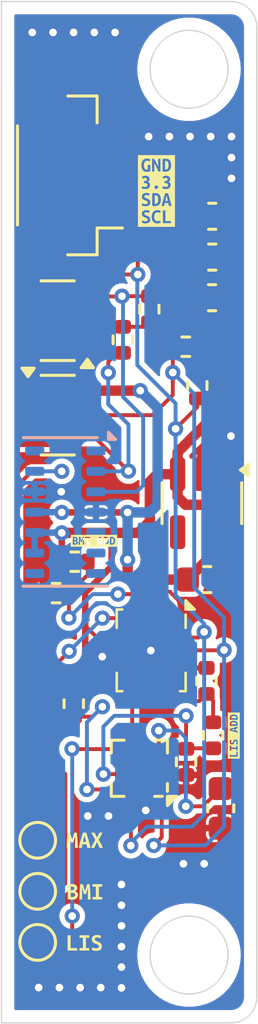
<source format=kicad_pcb>
(kicad_pcb (version 20240108) (generator "pcbnew") (generator_version "8.0")
  (title_block (title "sensor-bmi-v2") (date "2025-05-04") (rev "2.0"))
  (layers (0 "F.Cu" signal) (31 "B.Cu" signal) (34 "B.Paste" user) (35 "F.Paste" user) (36 "B.SilkS" user "B.Silkscreen") (37 "F.SilkS" user "F.Silkscreen") (38 "B.Mask" user) (39 "F.Mask" user) (44 "Edge.Cuts" user))
  (net 0 "")
  (net 1 "GND")
  (net 2 "+3V3")
  (net 3 "Net-(U45-C1)")
  (net 4 "SCL")
  (net 7 "SDA")
  (net 8 "+1V8")
  (net 9 "SCL_1V8")
  (net 10 "SDA_1V8")
  (net 11 "Net-(U45-~{CS})")
  (net 12 "Net-(U45-SDO{slash}SA1)")
  (net 13 "Net-(U44-SDO)")
  (net 14 "Net-(U44-CSB)")
  (net 15 "Net-(U42-~{INT})")
  (net 16 "Net-(U44-INT1)")
  (net 24 "Net-(U45-INT)")
  (footprint "Capacitor_SMD:C_0603_1608Metric" (layer "F.Cu") (at 140.64 124.79)
    (property "Reference" "C42" (hide yes))
    (property "Value" "2.2uF 16V" (hide yes))
    (pad "1" smd roundrect (at -0.775 0) (size 0.9 0.95) (layers "F.Cu" "F.Paste" "F.Mask") (net 8 "+1V8"))
    (pad "2" smd roundrect (at 0.775 0) (size 0.9 0.95) (layers "F.Cu" "F.Paste" "F.Mask") (net 1 "GND"))
  )
  (footprint "Resistor_SMD:R_0402_1005Metric" (layer "F.Cu") (at 140.61 128.76 90)
    (property "Reference" "R49" (hide yes))
    (property "Value" "10K" (hide yes))
    (pad "1" smd roundrect (at -0.51 0 90) (size 0.54 0.64) (layers "F.Cu" "F.Paste" "F.Mask") (net 2 "+3V3"))
    (pad "2" smd roundrect (at 0.51 0 90) (size 0.54 0.64) (layers "F.Cu" "F.Paste" "F.Mask") (net 14 "Net-(U44-CSB)"))
  )
  (footprint "Package_TO_SOT_SMD:SOT-23" (layer "F.Cu") (at 134.78 114.65 180)
    (property "Reference" "Q42" (hide yes))
    (property "Value" "BSS138" (hide yes))
    (pad "1" smd roundrect (at -0.9375 -0.95 180) (size 1.475 0.6) (layers "F.Cu" "F.Paste" "F.Mask") (net 8 "+1V8"))
    (pad "2" smd roundrect (at -0.9375 0.95 180) (size 1.475 0.6) (layers "F.Cu" "F.Paste" "F.Mask") (net 10 "SDA_1V8"))
    (pad "3" smd roundrect (at 0.9375 0 180) (size 1.475 0.6) (layers "F.Cu" "F.Paste" "F.Mask") (net 7 "SDA"))
  )
  (footprint "kibuzzard-6818BD0F" (layer "F.Cu") (at 136.2 123.27)
    (property "Reference" "kibuzzard-6818BD0F" (hide yes))
    (property "Value" "G***" (hide yes))
  )
  (footprint "Resistor_SMD:R_0402_1005Metric" (layer "F.Cu") (at 135.41 129.65 -90)
    (property "Reference" "R43" (hide yes))
    (property "Value" "10K" (hide yes))
    (pad "1" smd roundrect (at -0.51 0 270) (size 0.54 0.64) (layers "F.Cu" "F.Paste" "F.Mask") (net 2 "+3V3"))
    (pad "2" smd roundrect (at 0.51 0 270) (size 0.54 0.64) (layers "F.Cu" "F.Paste" "F.Mask") (net 11 "Net-(U45-~{CS})"))
  )
  (footprint "TestPoint:TestPoint_Pad_D1.0mm" (layer "F.Cu") (at 133.99643 135)
    (property "Reference" "TP41" (hide yes))
    (property "Value" "MAX_INT" (hide yes))
    (pad "1" smd circle (at 0 0) (size 1 1) (layers "F.Cu" "F.Mask") (net 15 "Net-(U42-~{INT})"))
  )
  (footprint "Resistor_SMD:R_0402_1005Metric" (layer "F.Cu") (at 138.37 114.2 90)
    (property "Reference" "R41" (hide yes))
    (property "Value" "10K" (hide yes))
    (pad "1" smd roundrect (at -0.51 0 90) (size 0.54 0.64) (layers "F.Cu" "F.Paste" "F.Mask") (net 8 "+1V8"))
    (pad "2" smd roundrect (at 0.51 0 90) (size 0.54 0.64) (layers "F.Cu" "F.Paste" "F.Mask") (net 10 "SDA_1V8"))
  )
  (footprint "Resistor_SMD:R_0402_1005Metric" (layer "F.Cu") (at 135.45 124.09)
    (property "Reference" "R47" (hide yes))
    (property "Value" "DNP" (hide yes))
    (pad "1" smd roundrect (at -0.51 0) (size 0.54 0.64) (layers "F.Cu" "F.Paste" "F.Mask") (net 2 "+3V3"))
    (pad "2" smd roundrect (at 0.51 0) (size 0.54 0.64) (layers "F.Cu" "F.Paste" "F.Mask") (net 13 "Net-(U44-SDO)"))
  )
  (footprint "Capacitor_SMD:C_0603_1608Metric" (layer "F.Cu") (at 141.17 133.75 -90)
    (property "Reference" "C43" (hide yes))
    (property "Value" "100nF 10V" (hide yes))
    (pad "1" smd roundrect (at -0.775 0 270) (size 0.9 0.95) (layers "F.Cu" "F.Paste" "F.Mask") (net 3 "Net-(U45-C1)"))
    (pad "2" smd roundrect (at 0.775 0 270) (size 0.9 0.95) (layers "F.Cu" "F.Paste" "F.Mask") (net 1 "GND"))
  )
  (footprint "Package_TO_SOT_SMD:SOT-23" (layer "F.Cu") (at 134.7825 118.35)
    (property "Reference" "Q41" (hide yes))
    (property "Value" "BSS138" (hide yes))
    (pad "1" smd roundrect (at -0.9375 -0.95) (size 1.475 0.6) (layers "F.Cu" "F.Paste" "F.Mask") (net 8 "+1V8"))
    (pad "2" smd roundrect (at -0.9375 0.95) (size 1.475 0.6) (layers "F.Cu" "F.Paste" "F.Mask") (net 9 "SCL_1V8"))
    (pad "3" smd roundrect (at 0.9375 0) (size 1.475 0.6) (layers "F.Cu" "F.Paste" "F.Mask") (net 4 "SCL"))
  )
  (footprint "TestPoint:TestPoint_Pad_D1.0mm" (layer "F.Cu") (at 133.99643 137)
    (property "Reference" "TP43" (hide yes))
    (property "Value" "BMI_INT" (hide yes))
    (pad "1" smd circle (at 0 0) (size 1 1) (layers "F.Cu" "F.Mask") (net 16 "Net-(U44-INT1)"))
  )
  (footprint "Resistor_SMD:R_0402_1005Metric" (layer "F.Cu") (at 140.87 130.89 -90)
    (property "Reference" "R50" (hide yes))
    (property "Value" "DNP" (hide yes))
    (pad "1" smd roundrect (at -0.51 0 270) (size 0.54 0.64) (layers "F.Cu" "F.Paste" "F.Mask") (net 2 "+3V3"))
    (pad "2" smd roundrect (at 0.51 0 270) (size 0.54 0.64) (layers "F.Cu" "F.Paste" "F.Mask") (net 12 "Net-(U45-SDO{slash}SA1)"))
  )
  (footprint "Capacitor_SMD:C_0603_1608Metric" (layer "F.Cu") (at 140.835 110.56)
    (property "Reference" "C45" (hide yes))
    (property "Value" "100nF 10V" (hide yes))
    (pad "1" smd roundrect (at -0.775 0) (size 0.9 0.95) (layers "F.Cu" "F.Paste" "F.Mask") (net 2 "+3V3"))
    (pad "2" smd roundrect (at 0.775 0) (size 0.9 0.95) (layers "F.Cu" "F.Paste" "F.Mask") (net 1 "GND"))
  )
  (footprint "kibuzzard-6817376F" (layer "F.Cu") (at 138.65 109.57)
    (property "Reference" "kibuzzard-6817376F" (hide yes))
    (property "Value" "G***" (hide yes))
  )
  (footprint "Capacitor_SMD:C_0603_1608Metric" (layer "F.Cu") (at 140.83 113.75)
    (property "Reference" "C44" (hide yes))
    (property "Value" "100nF 10V" (hide yes))
    (pad "1" smd roundrect (at -0.775 0) (size 0.9 0.95) (layers "F.Cu" "F.Paste" "F.Mask") (net 2 "+3V3"))
    (pad "2" smd roundrect (at 0.775 0) (size 0.9 0.95) (layers "F.Cu" "F.Paste" "F.Mask") (net 1 "GND"))
  )
  (footprint "Resistor_SMD:R_0402_1005Metric" (layer "F.Cu") (at 139.81 131.93 -90)
    (property "Reference" "R51" (hide yes))
    (property "Value" "10K" (hide yes))
    (pad "1" smd roundrect (at -0.51 0 270) (size 0.54 0.64) (layers "F.Cu" "F.Paste" "F.Mask") (net 12 "Net-(U45-SDO{slash}SA1)"))
    (pad "2" smd roundrect (at 0.51 0 270) (size 0.54 0.64) (layers "F.Cu" "F.Paste" "F.Mask") (net 1 "GND"))
  )
  (footprint "Resistor_SMD:R_0402_1005Metric" (layer "F.Cu") (at 137.33 115.4 -90)
    (property "Reference" "R42" (hide yes))
    (property "Value" "10K" (hide yes))
    (pad "1" smd roundrect (at -0.51 0 270) (size 0.54 0.64) (layers "F.Cu" "F.Paste" "F.Mask") (net 8 "+1V8"))
    (pad "2" smd roundrect (at 0.51 0 270) (size 0.54 0.64) (layers "F.Cu" "F.Paste" "F.Mask") (net 9 "SCL_1V8"))
  )
  (footprint "Resistor_SMD:R_0402_1005Metric" (layer "F.Cu") (at 139.8 115.67)
    (property "Reference" "R45" (hide yes))
    (property "Value" "10K" (hide yes))
    (pad "1" smd roundrect (at -0.51 0) (size 0.54 0.64) (layers "F.Cu" "F.Paste" "F.Mask") (net 4 "SCL"))
    (pad "2" smd roundrect (at 0.51 0) (size 0.54 0.64) (layers "F.Cu" "F.Paste" "F.Mask") (net 2 "+3V3"))
  )
  (footprint "Capacitor_SMD:C_0603_1608Metric" (layer "F.Cu") (at 140.835 112.16)
    (property "Reference" "C41" (hide yes))
    (property "Value" "1uF 16V" (hide yes))
    (pad "1" smd roundrect (at -0.775 0) (size 0.9 0.95) (layers "F.Cu" "F.Paste" "F.Mask") (net 2 "+3V3"))
    (pad "2" smd roundrect (at 0.775 0) (size 0.9 0.95) (layers "F.Cu" "F.Paste" "F.Mask") (net 1 "GND"))
  )
  (footprint "Package_LGA:LGA-12_2x2mm_P0.5mm" (layer "F.Cu") (at 137.98 132.18 180)
    (property "Reference" "U45" (hide yes))
    (property "Value" "LIS3MDL" (hide yes))
    (pad "1" smd rect (at -0.7625 -0.75 180) (size 0.375 0.35) (layers "F.Cu" "F.Paste" "F.Mask") (net 4 "SCL"))
    (pad "2" smd rect (at -0.7625 -0.25 180) (size 0.375 0.35) (layers "F.Cu" "F.Paste" "F.Mask") (net 1 "GND"))
    (pad "3" smd rect (at -0.7625 0.25 180) (size 0.375 0.35) (layers "F.Cu" "F.Paste" "F.Mask") (net 1 "GND"))
    (pad "4" smd rect (at -0.7625 0.75 180) (size 0.375 0.35) (layers "F.Cu" "F.Paste" "F.Mask") (net 3 "Net-(U45-C1)"))
    (pad "5" smd rect (at -0.25 0.7625 270) (size 0.375 0.35) (layers "F.Cu" "F.Paste" "F.Mask") (net 2 "+3V3"))
    (pad "6" smd rect (at 0.25 0.7625 270) (size 0.375 0.35) (layers "F.Cu" "F.Paste" "F.Mask") (net 2 "+3V3"))
    (pad "7" smd rect (at 0.7625 0.75 180) (size 0.375 0.35) (layers "F.Cu" "F.Paste" "F.Mask") (net 24 "Net-(U45-INT)"))
    (pad "8" smd rect (at 0.7625 0.25 180) (size 0.375 0.35) (layers "F.Cu" "F.Paste" "F.Mask"))
    (pad "9" smd rect (at 0.7625 -0.25 180) (size 0.375 0.35) (layers "F.Cu" "F.Paste" "F.Mask") (net 12 "Net-(U45-SDO{slash}SA1)"))
    (pad "10" smd rect (at 0.7625 -0.75 180) (size 0.375 0.35) (layers "F.Cu" "F.Paste" "F.Mask") (net 11 "Net-(U45-~{CS})"))
    (pad "11" smd rect (at 0.25 -0.7625 270) (size 0.375 0.35) (layers "F.Cu" "F.Paste" "F.Mask") (net 7 "SDA"))
    (pad "12" smd rect (at -0.25 -0.7625 270) (size 0.375 0.35) (layers "F.Cu" "F.Paste" "F.Mask") (net 1 "GND"))
  )
  (footprint "kibuzzard-680F69F9" (layer "F.Cu") (at 135.85 137.02)
    (property "Reference" "kibuzzard-680F69F9" (hide yes))
    (property "Value" "G***" (hide yes))
  )
  (footprint "Package_LGA:Bosch_LGA-14_3x2.5mm_P0.5mm" (layer "F.Cu") (at 138.444127 127.561644 -90)
    (property "Reference" "U44" (hide yes))
    (property "Value" "BMI270" (hide yes))
    (pad "1" smd rect (at -1.2625 -0.75 270) (size 0.675 0.25) (layers "F.Cu" "F.Paste" "F.Mask") (net 13 "Net-(U44-SDO)"))
    (pad "2" smd rect (at -1.2625 -0.25 270) (size 0.675 0.25) (layers "F.Cu" "F.Paste" "F.Mask"))
    (pad "3" smd rect (at -1.2625 0.25 270) (size 0.675 0.25) (layers "F.Cu" "F.Paste" "F.Mask"))
    (pad "4" smd rect (at -1.2625 0.75 270) (size 0.675 0.25) (layers "F.Cu" "F.Paste" "F.Mask") (net 16 "Net-(U44-INT1)"))
    (pad "5" smd rect (at -0.5 1.0125 270) (size 0.25 0.675) (layers "F.Cu" "F.Paste" "F.Mask") (net 2 "+3V3"))
    (pad "6" smd rect (at 0 1.0125 270) (size 0.25 0.675) (layers "F.Cu" "F.Paste" "F.Mask") (net 1 "GND"))
    (pad "7" smd rect (at 0.5 1.0125 270) (size 0.25 0.675) (layers "F.Cu" "F.Paste" "F.Mask") (net 1 "GND"))
    (pad "8" smd rect (at 1.2625 0.75 270) (size 0.675 0.25) (layers "F.Cu" "F.Paste" "F.Mask") (net 2 "+3V3"))
    (pad "9" smd rect (at 1.2625 0.25 270) (size 0.675 0.25) (layers "F.Cu" "F.Paste" "F.Mask"))
    (pad "10" smd rect (at 1.2625 -0.25 270) (size 0.675 0.25) (layers "F.Cu" "F.Paste" "F.Mask"))
    (pad "11" smd rect (at 1.2625 -0.75 270) (size 0.675 0.25) (layers "F.Cu" "F.Paste" "F.Mask"))
    (pad "12" smd rect (at 0.5 -1.0125 270) (size 0.25 0.675) (layers "F.Cu" "F.Paste" "F.Mask") (net 14 "Net-(U44-CSB)"))
    (pad "13" smd rect (at 0 -1.0125 270) (size 0.25 0.675) (layers "F.Cu" "F.Paste" "F.Mask") (net 4 "SCL"))
    (pad "14" smd rect (at -0.5 -1.0125 270) (size 0.25 0.675) (layers "F.Cu" "F.Paste" "F.Mask") (net 7 "SDA"))
  )
  (footprint "Resistor_SMD:R_0402_1005Metric" (layer "F.Cu") (at 134.72 125.32 180)
    (property "Reference" "R48" (hide yes))
    (property "Value" "10K" (hide yes))
    (pad "1" smd roundrect (at -0.51 0 180) (size 0.54 0.64) (layers "F.Cu" "F.Paste" "F.Mask") (net 13 "Net-(U44-SDO)"))
    (pad "2" smd roundrect (at 0.51 0 180) (size 0.54 0.64) (layers "F.Cu" "F.Paste" "F.Mask") (net 1 "GND"))
  )
  (footprint "TestPoint:TestPoint_Pad_D1.0mm" (layer "F.Cu") (at 133.99643 139)
    (property "Reference" "TP42" (hide yes))
    (property "Value" "LIS_INT" (hide yes))
    (pad "1" smd circle (at 0 0) (size 1 1) (layers "F.Cu" "F.Mask") (net 24 "Net-(U45-INT)"))
  )
  (footprint "Package_TO_SOT_SMD:SOT-23-5" (layer "F.Cu") (at 140.43 121.7975 -90)
    (property "Reference" "U41" (hide yes))
    (property "Value" "LN1134A182MR-G" (hide yes))
    (pad "1" smd roundrect (at -1.1375 -0.95 270) (size 1.325 0.6) (layers "F.Cu" "F.Paste" "F.Mask") (net 2 "+3V3"))
    (pad "2" smd roundrect (at -1.1375 0 270) (size 1.325 0.6) (layers "F.Cu" "F.Paste" "F.Mask") (net 1 "GND"))
    (pad "3" smd roundrect (at -1.1375 0.95 270) (size 1.325 0.6) (layers "F.Cu" "F.Paste" "F.Mask") (net 2 "+3V3"))
    (pad "4" smd roundrect (at 1.1375 0.95 270) (size 1.325 0.6) (layers "F.Cu" "F.Paste" "F.Mask"))
    (pad "5" smd roundrect (at 1.1375 -0.95 270) (size 1.325 0.6) (layers "F.Cu" "F.Paste" "F.Mask") (net 8 "+1V8"))
  )
  (footprint "kibuzzard-680F6A2F" (layer "F.Cu") (at 135.84 139.02)
    (property "Reference" "kibuzzard-680F6A2F" (hide yes))
    (property "Value" "G***" (hide yes))
  )
  (footprint "kibuzzard-680F6A44" (layer "F.Cu") (at 135.84 135)
    (property "Reference" "kibuzzard-680F6A44" (hide yes))
    (property "Value" "G***" (hide yes))
  )
  (footprint "Resistor_SMD:R_0402_1005Metric" (layer "F.Cu") (at 140.25 117.19 90)
    (property "Reference" "R44" (hide yes))
    (property "Value" "10K" (hide yes))
    (pad "1" smd roundrect (at -0.51 0 90) (size 0.54 0.64) (layers "F.Cu" "F.Paste" "F.Mask") (net 7 "SDA"))
    (pad "2" smd roundrect (at 0.51 0 90) (size 0.54 0.64) (layers "F.Cu" "F.Paste" "F.Mask") (net 2 "+3V3"))
  )
  (footprint "Connector_JST:JST_SH_BM04B-SRSS-TB_1x04-1MP_P1.00mm_Vertical" (layer "F.Cu") (at 135.215 108.96 90)
    (property "Reference" "J41" (hide yes))
    (property "Value" "JST SH1.0" (hide yes))
    (pad "1" smd roundrect (at -1.5 1.325 90) (size 0.6 1.55) (layers "F.Cu" "F.Paste" "F.Mask") (net 7 "SDA"))
    (pad "2" smd roundrect (at -0.5 1.325 90) (size 0.6 1.55) (layers "F.Cu" "F.Paste" "F.Mask") (net 4 "SCL"))
    (pad "3" smd roundrect (at 0.5 1.325 90) (size 0.6 1.55) (layers "F.Cu" "F.Paste" "F.Mask") (net 2 "+3V3"))
    (pad "4" smd roundrect (at 1.5 1.325 90) (size 0.6 1.55) (layers "F.Cu" "F.Paste" "F.Mask") (net 1 "GND"))
    (pad "MP" smd roundrect (at -2.8 -1.2 90) (size 1.2 1.8) (layers "F.Cu" "F.Paste" "F.Mask") (roundrect_rratio 0.208333))
    (pad "MP" smd roundrect (at 2.8 -1.2 90) (size 1.2 1.8) (layers "F.Cu" "F.Paste" "F.Mask") (roundrect_rratio 0.208333))
  )
  (footprint "kibuzzard-6818BCEF" (layer "F.Cu") (at 141.68 130.9 90)
    (property "Reference" "kibuzzard-6818BCEF" (hide yes))
    (property "Value" "G***" (hide yes))
  )
  (footprint "OptoDevice:Maxim_OLGA-14_3.3x5.6mm_P0.8mm" (layer "B.Cu") (at 135.08 122.15 180)
    (property "Reference" "U42" (hide yes))
    (property "Value" "MAX30102" (hide yes))
    (pad "1" smd roundrect (at -1.2 2.4 180) (size 0.75 0.35) (layers "B.Cu" "B.Paste" "B.Mask"))
    (pad "2" smd roundrect (at -1.2 1.6 180) (size 0.75 0.35) (layers "B.Cu" "B.Paste" "B.Mask") (net 9 "SCL_1V8"))
    (pad "3" smd roundrect (at -1.2 0.8 180) (size 0.75 0.35) (layers "B.Cu" "B.Paste" "B.Mask") (net 10 "SDA_1V8"))
    (pad "4" smd roundrect (at -1.2 0 180) (size 0.75 0.35) (layers "B.Cu" "B.Paste" "B.Mask") (net 1 "GND"))
    (pad "5" smd roundrect (at -1.2 -0.8 180) (size 0.75 0.35) (layers "B.Cu" "B.Paste" "B.Mask"))
    (pad "6" smd roundrect (at -1.2 -1.6 180) (size 0.75 0.35) (layers "B.Cu" "B.Paste" "B.Mask"))
    (pad "7" smd roundrect (at -1.2 -2.4 180) (size 0.75 0.35) (layers "B.Cu" "B.Paste" "B.Mask"))
    (pad "8" smd roundrect (at 1.2 -2.4 180) (size 0.75 0.35) (layers "B.Cu" "B.Paste" "B.Mask"))
    (pad "9" smd roundrect (at 1.2 -1.6 180) (size 0.75 0.35) (layers "B.Cu" "B.Paste" "B.Mask") (net 2 "+3V3"))
    (pad "10" smd roundrect (at 1.2 -0.8 180) (size 0.75 0.35) (layers "B.Cu" "B.Paste" "B.Mask") (net 2 "+3V3"))
    (pad "11" smd roundrect (at 1.2 0 180) (size 0.75 0.35) (layers "B.Cu" "B.Paste" "B.Mask") (net 8 "+1V8"))
    (pad "12" smd roundrect (at 1.2 0.8 180) (size 0.75 0.35) (layers "B.Cu" "B.Paste" "B.Mask") (net 1 "GND"))
    (pad "13" smd roundrect (at 1.2 1.6 180) (size 0.75 0.35) (layers "B.Cu" "B.Paste" "B.Mask") (net 15 "Net-(U42-~{INT})"))
    (pad "14" smd roundrect (at 1.2 2.4 180) (size 0.75 0.35) (layers "B.Cu" "B.Paste" "B.Mask"))
  )
  (gr_line (start 141.58 142.15) (end 132.58 142.15) (stroke (width 0.05)) (layer "Edge.Cuts"))
  (gr_arc (start 142.58 141.15) (mid 142.287107 141.857107) (end 141.58 142.15) (stroke (width 0.05)) (layer "Edge.Cuts"))
  (gr_line (start 132.58 142.15) (end 132.58 102.15) (stroke (width 0.05)) (layer "Edge.Cuts"))
  (gr_line (start 132.58 102.15) (end 141.58 102.15) (stroke (width 0.05)) (layer "Edge.Cuts"))
  (gr_circle (center 139.926875 104.803125) (end 139.926875 103.279125) (stroke (width 0.05)) (fill none) (layer "Edge.Cuts"))
  (gr_circle (center 139.926875 139.496875) (end 141.450875 139.496875) (stroke (width 0.05)) (fill none) (layer "Edge.Cuts"))
  (gr_line (start 142.58 103.15) (end 142.58 141.15) (stroke (width 0.05)) (layer "Edge.Cuts"))
  (gr_arc (start 141.58 102.15) (mid 142.287107 102.442893) (end 142.58 103.15) (stroke (width 0.05)) (layer "Edge.Cuts"))
  (segment (start 134.21 121.52) (end 134.38 121.35) (width 0.254) (layer "F.Cu") (net 1))
  (segment (start 137.4375 127.5625) (end 137.4375 128.0625) (width 0.1524) (layer "F.Cu") (net 1))
  (segment (start 136.7787 128.0625) (end 137.4375 128.0625) (width 0.1524) (layer "F.Cu") (net 1))
  (segment (start 136.5262 127.81) (end 136.7737 127.5625) (width 0.1524) (layer "F.Cu") (net 1))
  (segment (start 141.260001 119.17) (end 141.57 119.17) (width 0.4064) (layer "F.Cu") (net 1))
  (segment (start 136.7737 127.5625) (end 137.4375 127.5625) (width 0.1524) (layer "F.Cu") (net 1))
  (segment (start 136.5262 127.81) (end 136.7787 128.0625) (width 0.1524) (layer "F.Cu") (net 1))
  (segment (start 134.38 121.35) (end 134.92 121.35) (width 0.254) (layer "F.Cu") (net 1))
  (segment (start 134.21 125.33) (end 134.21 121.52) (width 0.254) (layer "F.Cu") (net 1))
  (segment (start 140.43 120.6625) (end 140.43 120.000001) (width 0.4064) (layer "F.Cu") (net 1))
  (segment (start 140.43 120.000001) (end 141.260001 119.17) (width 0.4064) (layer "F.Cu") (net 1))
  (via (at 138.43 127.57) (size 0.6) (drill 0.3) (layers "F.Cu" "B.Cu") (net 1))
  (via (at 139.9644 107.44) (size 0.6) (drill 0.3) (layers "F.Cu" "B.Cu") (net 1))
  (via (at 134.92 121.35) (size 0.6) (drill 0.3) (layers "F.Cu" "B.Cu") (net 1))
  (via (at 138.23 133.83) (size 0.6) (drill 0.3) (layers "F.Cu" "B.Cu") (net 1))
  (via (at 137.28 136.7328) (size 0.6) (drill 0.3) (layers "F.Cu" "B.Cu") (net 1))
  (via (at 135.66 140.77) (size 0.6) (drill 0.3) (layers "F.Cu" "B.Cu") (net 1))
  (via (at 141.59 107.44) (size 0.6) (drill 0.3) (layers "F.Cu" "B.Cu") (net 1))
  (via (at 136.7728 134.05) (size 0.6) (drill 0.3) (layers "F.Cu" "B.Cu") (net 1))
  (via (at 135.4044 103.36) (size 0.6) (drill 0.3) (layers "F.Cu" "B.Cu") (net 1))
  (via (at 134.0344 140.77) (size 0.6) (drill 0.3) (layers "F.Cu" "B.Cu") (net 1))
  (via (at 141.59 109.0756) (size 0.6) (drill 0.3) (layers "F.Cu" "B.Cu") (net 1))
  (via (at 139.1572 107.44) (size 0.6) (drill 0.3) (layers "F.Cu" "B.Cu") (net 1))
  (via (at 137.03 103.36) (size 0.6) (drill 0.3) (layers "F.Cu" "B.Cu") (net 1))
  (via (at 136.2172 103.36) (size 0.6) (drill 0.3) (layers "F.Cu" "B.Cu") (net 1))
  (via (at 137.28 139.1656) (size 0.6) (drill 0.3) (layers "F.Cu" "B.Cu") (net 1))
  (via (at 141.59 108.2628) (size 0.6) (drill 0.3) (layers "F.Cu" "B.Cu") (net 1))
  (via (at 133.7844 103.36) (size 0.6) (drill 0.3) (layers "F.Cu" "B.Cu") (net 1))
  (via (at 140.7772 107.44) (size 0.6) (drill 0.3) (layers "F.Cu" "B.Cu") (net 1))
  (via (at 135.96 134.05) (size 0.6) (drill 0.3) (layers "F.Cu" "B.Cu") (net 1))
  (via (at 134.8472 140.77) (size 0.6) (drill 0.3) (layers "F.Cu" "B.Cu") (net 1))
  (via (at 136.5262 127.81) (size 0.6) (drill 0.3) (layers "F.Cu" "B.Cu") (net 1))
  (via (at 139.7072 135.92) (size 0.6) (drill 0.3) (layers "F.Cu" "B.Cu") (net 1))
  (via (at 137.28 137.5456) (size 0.6) (drill 0.3) (layers "F.Cu" "B.Cu") (net 1))
  (via (at 136.4672 140.77) (size 0.6) (drill 0.3) (layers "F.Cu" "B.Cu") (net 1))
  (via (at 134.5972 103.36) (size 0.6) (drill 0.3) (layers "F.Cu" "B.Cu") (net 1))
  (via (at 140.52 135.92) (size 0.6) (drill 0.3) (layers "F.Cu" "B.Cu") (net 1))
  (via (at 137.28 138.3528) (size 0.6) (drill 0.3) (layers "F.Cu" "B.Cu") (net 1))
  (via (at 137.28 139.9672) (size 0.6) (drill 0.3) (layers "F.Cu" "B.Cu") (net 1))
  (via (at 141.57 119.17) (size 0.6) (drill 0.3) (layers "F.Cu" "B.Cu") (net 1))
  (via (at 137.28 140.78) (size 0.6) (drill 0.3) (layers "F.Cu" "B.Cu") (net 1))
  (via (at 138.3444 107.44) (size 0.6) (drill 0.3) (layers "F.Cu" "B.Cu") (net 1))
  (segment (start 135.016712 121.35) (end 135.816712 122.15) (width 0.254) (layer "B.Cu") (net 1))
  (segment (start 134.92 121.35) (end 135.016712 121.35) (width 0.254) (layer "B.Cu") (net 1))
  (segment (start 135.816712 122.15) (end 136.28 122.15) (width 0.254) (layer "B.Cu") (net 1))
  (segment (start 133.88 121.35) (end 134.92 121.35) (width 0.254) (layer "B.Cu") (net 1))
  (segment (start 136.3225 127.0625) (end 137.4375 127.0625) (width 0.1524) (layer "F.Cu") (net 2))
  (segment (start 135.41 128.44) (end 135.41 129.14) (width 0.254) (layer "F.Cu") (net 2))
  (segment (start 141.05 118.23) (end 139.48 119.8) (width 0.4064) (layer "F.Cu") (net 2))
  (segment (start 137.82 129.55) (end 137.7 129.43) (width 0.1524) (layer "F.Cu") (net 2))
  (segment (start 139.48 121.55) (end 139.79 121.86) (width 0.4064) (layer "F.Cu") (net 2))
  (segment (start 140.055 114.275) (end 141.05 115.27) (width 0.4064) (layer "F.Cu") (net 2))
  (segment (start 136.893 124.269712) (end 136.893 123.137003) (width 0.254) (layer "F.Cu") (net 2))
  (segment (start 139.79 121.86) (end 141.1 121.86) (width 0.4064) (layer "F.Cu") (net 2))
  (segment (start 137.7 131.3875) (end 137.7 128.825) (width 0.1524) (layer "F.Cu") (net 2))
  (segment (start 141.38 121.58) (end 141.38 120.6625) (width 0.4064) (layer "F.Cu") (net 2))
  (segment (start 137.939997 122.960003) (end 134.94 122.960003) (width 0.4064) (layer "F.Cu") (net 2))
  (segment (start 141.05 116.68) (end 141.05 118.23) (width 0.4064) (layer "F.Cu") (net 2))
  (segment (start 136.893 123.137003) (end 137.07 122.960003) (width 0.254) (layer "F.Cu") (net 2))
  (segment (start 140.25 115.73) (end 140.31 115.67) (width 0.1524) (layer "F.Cu") (net 2))
  (segment (start 140.31 115.67) (end 141.05 115.67) (width 0.1524) (layer "F.Cu") (net 2))
  (segment (start 139.52 108.46) (end 140.065 109.005) (width 0.4064) (layer "F.Cu") (net 2))
  (segment (start 141.1 121.86) (end 141.38 121.58) (width 0.4064) (layer "F.Cu") (net 2))
  (segment (start 138.39 120.95) (end 138.39 122.51) (width 0.4064) (layer "F.Cu") (net 2))
  (segment (start 138.6775 120.6625) (end 138.39 120.95) (width 0.4064) (layer "F.Cu") (net 2))
  (segment (start 135.41 129.14) (end 135.42 129.13) (width 0.254) (layer "F.Cu") (net 2))
  (segment (start 135.86 127.99) (end 135.41 128.44) (width 0.254) (layer "F.Cu") (net 2))
  (segment (start 140.25 116.68) (end 140.25 115.73) (width 0.1524) (layer "F.Cu") (net 2))
  (segment (start 135.86 125.302712) (end 136.893 124.269712) (width 0.254) (layer "F.Cu") (net 2))
  (segment (start 140.87 129.53) (end 140.61 129.27) (width 0.1524) (layer "F.Cu") (net 2))
  (segment (start 140.61 129.27) (end 140.33 129.55) (width 0.1524) (layer "F.Cu") (net 2))
  (segment (start 136.545 108.46) (end 139.52 108.46) (width 0.4064) (layer "F.Cu") (net 2))
  (segment (start 138.39 122.51) (end 137.939997 122.960003) (width 0.4064) (layer "F.Cu") (net 2))
  (segment (start 137.73 131.4175) (end 137.7 131.3875) (width 0.1524) (layer "F.Cu") (net 2))
  (segment (start 140.87 130.38) (end 140.87 129.53) (width 0.1524) (layer "F.Cu") (net 2))
  (segment (start 140.055 113.75) (end 140.055 114.275) (width 0.4064) (layer "F.Cu") (net 2))
  (segment (start 140.065 109.005) (end 140.065 110.56) (width 0.4064) (layer "F.Cu") (net 2))
  (segment (start 141.05 115.67) (end 141.05 116.68) (width 0.4064) (layer "F.Cu") (net 2))
  (segment (start 135.86 126.6) (end 136.3225 127.0625) (width 0.1524) (layer "F.Cu") (net 2))
  (segment (start 139.48 120.6625) (end 139.48 121.55) (width 0.4064) (layer "F.Cu") (net 2))
  (segment (start 140.25 116.68) (end 141.05 116.68) (width 0.1524) (layer "F.Cu") (net 2))
  (segment (start 139.48 120.6625) (end 138.6775 120.6625) (width 0.4064) (layer "F.Cu") (net 2))
  (segment (start 137.395 129.13) (end 137.7 128.825) (width 0.254) (layer "F.Cu") (net 2))
  (segment (start 137.07 122.960003) (end 137.939997 122.960003) (width 0.254) (layer "F.Cu") (net 2))
  (segment (start 137.7 129.43) (end 137.7 128.825) (width 0.1524) (layer "F.Cu") (net 2))
  (segment (start 141.05 115.27) (end 141.05 115.67) (width 0.4064) (layer "F.Cu") (net 2))
  (segment (start 140.055 113.61) (end 140.055 113.75) (width 0.4064) (layer "F.Cu") (net 2))
  (segment (start 135.42 129.13) (end 137.395 129.13) (width 0.254) (layer "F.Cu") (net 2))
  (segment (start 135.86 126.6) (end 135.86 127.99) (width 0.254) (layer "F.Cu") (net 2))
  (segment (start 138.23 131.4175) (end 137.73 131.4175) (width 0.1524) (layer "F.Cu") (net 2))
  (segment (start 140.065 110.56) (end 140.065 113.6) (width 0.4064) (layer "F.Cu") (net 2))
  (segment (start 139.48 119.8) (end 139.48 120.6625) (width 0.4064) (layer "F.Cu") (net 2))
  (segment (start 134.94 122.960003) (end 134.94 124.09) (width 0.254) (layer "F.Cu") (net 2))
  (segment (start 140.33 129.55) (end 137.82 129.55) (width 0.1524) (layer "F.Cu") (net 2))
  (segment (start 135.86 126.6) (end 135.86 125.302712) (width 0.254) (layer "F.Cu") (net 2))
  (via (at 134.94 122.960003) (size 0.6) (drill 0.3) (layers "F.Cu" "B.Cu") (net 2))
  (segment (start 133.88 122.95) (end 134.929997 122.95) (width 0.254) (layer "B.Cu") (net 2))
  (segment (start 134.929997 122.95) (end 134.94 122.960003) (width 0.254) (layer "B.Cu") (net 2))
  (segment (start 133.88 123.75) (end 133.88 122.95) (width 0.254) (layer "B.Cu") (net 2))
  (segment (start 139.8 133.67) (end 140.475 133.67) (width 0.1524) (layer "F.Cu") (net 3))
  (segment (start 138.7425 131.43) (end 138.7425 130.7049) (width 0.1524) (layer "F.Cu") (net 3))
  (segment (start 138.7425 130.7049) (end 138.74 130.7024) (width 0.1524) (layer "F.Cu") (net 3))
  (segment (start 140.475 133.67) (end 141.17 132.975) (width 0.1524) (layer "F.Cu") (net 3))
  (via (at 139.8 133.67) (size 0.6) (drill 0.3) (layers "F.Cu" "B.Cu") (net 3))
  (via (at 138.74 130.7024) (size 0.6) (drill 0.3) (layers "F.Cu" "B.Cu") (net 3))
  (segment (start 139.8 130.99) (end 139.8 133.67) (width 0.1524) (layer "B.Cu") (net 3))
  (segment (start 138.74 130.7024) (end 139.5124 130.7024) (width 0.1524) (layer "B.Cu") (net 3))
  (segment (start 139.5124 130.7024) (end 139.8 130.99) (width 0.1524) (layer "B.Cu") (net 3))
  (segment (start 138.8562 134.8838) (end 138.8562 133.0437) (width 0.1524) (layer "F.Cu") (net 4))
  (segment (start 139.08 109.87) (end 138.67 109.46) (width 0.1524) (layer "F.Cu") (net 4))
  (segment (start 138.67 109.46) (end 136.545 109.46) (width 0.1524) (layer "F.Cu") (net 4))
  (segment (start 138.541734 135.198266) (end 138.8562 134.8838) (width 0.1524) (layer "F.Cu") (net 4))
  (segment (start 139.29 115.67) (end 139.08 115.46) (width 0.1524) (layer "F.Cu") (net 4))
  (segment (start 139.465 127.56) (end 139.4625 127.5625) (width 0.1524) (layer "F.Cu") (net 4))
  (segment (start 138.5 118.35) (end 139.29 117.56) (width 0.1524) (layer "F.Cu") (net 4))
  (segment (start 139.08 115.46) (end 139.08 109.87) (width 0.1524) (layer "F.Cu") (net 4))
  (segment (start 141.29 127.56) (end 139.465 127.56) (width 0.1524) (layer "F.Cu") (net 4))
  (segment (start 138.541734 135.201926) (end 138.541734 135.198266) (width 0.1524) (layer "F.Cu") (net 4))
  (segment (start 138.8562 133.0437) (end 138.7425 132.93) (width 0.1524) (layer "F.Cu") (net 4))
  (segment (start 135.72 118.35) (end 138.5 118.35) (width 0.1524) (layer "F.Cu") (net 4))
  (segment (start 139.29 117.56) (end 139.29 116.68) (width 0.1524) (layer "F.Cu") (net 4))
  (segment (start 141.3 127.55) (end 141.29 127.56) (width 0.1524) (layer "F.Cu") (net 4))
  (segment (start 139.29 116.68) (end 139.29 115.67) (width 0.1524) (layer "F.Cu") (net 4))
  (via (at 141.3 127.55) (size 0.6) (drill 0.3) (layers "F.Cu" "B.Cu") (net 4))
  (via (at 138.541734 135.201926) (size 0.6) (drill 0.3) (layers "F.Cu" "B.Cu") (net 4))
  (via (at 139.29 116.68) (size 0.6) (drill 0.3) (layers "F.Cu" "B.Cu") (net 4))
  (segment (start 141.3 126.28) (end 140.13 125.11) (width 0.1524) (layer "B.Cu") (net 4))
  (segment (start 140.13 125.11) (end 140.13 117.52) (width 0.1524) (layer "B.Cu") (net 4))
  (segment (start 140.568074 135.201926) (end 141.3 134.47) (width 0.1524) (layer "B.Cu") (net 4))
  (segment (start 140.13 117.52) (end 139.29 116.68) (width 0.1524) (layer "B.Cu") (net 4))
  (segment (start 141.3 127.55) (end 141.3 126.28) (width 0.1524) (layer "B.Cu") (net 4))
  (segment (start 141.3 134.47) (end 141.3 127.55) (width 0.1524) (layer "B.Cu") (net 4))
  (segment (start 138.541734 135.201926) (end 140.568074 135.201926) (width 0.1524) (layer "B.Cu") (net 4))
  (segment (start 140.25 117.7) (end 140.25 118.035526) (width 0.1524) (layer "F.Cu") (net 7))
  (segment (start 137.65 135.208032) (end 137.65 133.3812) (width 0.1524) (layer "F.Cu") (net 7))
  (segment (start 140.3 127.06) (end 139.465 127.06) (width 0.1524) (layer "F.Cu") (net 7))
  (segment (start 134.23 112.84) (end 133.8425 113.2275) (width 0.1524) (layer "F.Cu") (net 7))
  (segment (start 140.25 118.035526) (end 139.4 118.885526) (width 0.1524) (layer "F.Cu") (net 7))
  (segment (start 137.62 110.46) (end 136.545 110.46) (width 0.1524) (layer "F.Cu") (net 7))
  (segment (start 137.92 112.84) (end 137.92 110.76) (width 0.1524) (layer "F.Cu") (net 7))
  (segment (start 137.92 112.84) (end 134.23 112.84) (width 0.1524) (layer "F.Cu") (net 7))
  (segment (start 137.65 133.3812) (end 137.73 133.3012) (width 0.1524) (layer "F.Cu") (net 7))
  (segment (start 133.8425 113.2275) (end 133.8425 114.65) (width 0.1524) (layer "F.Cu") (net 7))
  (segment (start 137.92 110.76) (end 137.62 110.46) (width 0.1524) (layer "F.Cu") (net 7))
  (segment (start 140.52 126.84) (end 140.3 127.06) (width 0.1524) (layer "F.Cu") (net 7))
  (segment (start 139.465 127.06) (end 139.4625 127.0625) (width 0.1524) (layer "F.Cu") (net 7))
  (segment (start 137.646323 135.211709) (end 137.65 135.208032) (width 0.1524) (layer "F.Cu") (net 7))
  (segment (start 137.73 133.3012) (end 137.73 132.9425) (width 0.1524) (layer "F.Cu") (net 7))
  (via (at 137.92 112.84) (size 0.6) (drill 0.3) (layers "F.Cu" "B.Cu") (net 7))
  (via (at 139.4 118.885526) (size 0.6) (drill 0.3) (layers "F.Cu" "B.Cu") (net 7))
  (via (at 140.52 126.84) (size 0.6) (drill 0.3) (layers "F.Cu" "B.Cu") (net 7))
  (via (at 137.646323 135.211709) (size 0.6) (drill 0.3) (layers "F.Cu" "B.Cu") (net 7))
  (segment (start 137.646323 135.211709) (end 137.646323 135.103677) (width 0.1524) (layer "B.Cu") (net 7))
  (segment (start 140.52 126.52) (end 139.4 125.4) (width 0.1524) (layer "B.Cu") (net 7))
  (segment (start 137.646323 135.103677) (end 138.28 134.47) (width 0.1524) (layer "B.Cu") (net 7))
  (segment (start 137.92 112.84) (end 137.9 112.86) (width 0.1524) (layer "B.Cu") (net 7))
  (segment (start 140.52 133.99) (end 140.52 126.84) (width 0.1524) (layer "B.Cu") (net 7))
  (segment (start 139.4 125.4) (end 139.4 118.885526) (width 0.1524) (layer "B.Cu") (net 7))
  (segment (start 137.9 116.39) (end 139.4 117.89) (width 0.1524) (layer "B.Cu") (net 7))
  (segment (start 137.9 112.86) (end 137.9 116.39) (width 0.1524) (layer "B.Cu") (net 7))
  (segment (start 140.52 126.84) (end 140.52 126.52) (width 0.1524) (layer "B.Cu") (net 7))
  (segment (start 139.4 117.89) (end 139.4 118.885526) (width 0.1524) (layer "B.Cu") (net 7))
  (segment (start 140.04 134.47) (end 140.52 133.99) (width 0.1524) (layer "B.Cu") (net 7))
  (segment (start 138.28 134.47) (end 140.04 134.47) (width 0.1524) (layer "B.Cu") (net 7))
  (segment (start 139.865 124.79) (end 141.38 123.275) (width 0.4064) (layer "F.Cu") (net 8))
  (segment (start 137.1 114.9) (end 136.4175 114.9) (width 0.1524) (layer "F.Cu") (net 8))
  (segment (start 133.855 117.39) (end 133.845 117.4) (width 0.4064) (layer "F.Cu") (net 8))
  (segment (start 141.38 123.275) (end 141.38 122.9375) (width 0.4064) (layer "F.Cu") (net 8))
  (segment (start 137.52 124.63) (end 137.52 124.01) (width 0.4064) (layer "F.Cu") (net 8))
  (segment (start 133.845 117.4) (end 135.645 115.6) (width 0.4064) (layer "F.Cu") (net 8))
  (segment (start 136.4175 114.9) (end 135.7075 115.61) (width 0.1524) (layer "F.Cu") (net 8))
  (segment (start 135.645 115.6) (end 135.7175 115.6) (width 0.4064) (layer "F.Cu") (net 8))
  (segment (start 138.0164 117.39) (end 133.855 117.39) (width 0.4064) (layer "F.Cu") (net 8))
  (segment (start 137.34 114.89) (end 138.19 114.89) (width 0.1524) (layer "F.Cu") (net 8))
  (segment (start 139.865 124.79) (end 137.68 124.79) (width 0.4064) (layer "F.Cu") (net 8))
  (segment (start 137.68 124.79) (end 137.52 124.63) (width 0.4064) (layer "F.Cu") (net 8))
  (segment (start 137.52 122.16) (end 134.94 122.16) (width 0.254) (layer "F.Cu") (net 8))
  (segment (start 138.19 114.89) (end 138.37 114.71) (width 0.1524) (layer "F.Cu") (net 8))
  (via (at 138.0164 117.39) (size 0.6) (drill 0.3) (layers "F.Cu" "B.Cu") (net 8))
  (via (at 134.94 122.16) (size 0.6) (drill 0.3) (layers "F.Cu" "B.Cu") (net 8))
  (via (at 137.52 122.16) (size 0.6) (drill 0.3) (layers "F.Cu" "B.Cu") (net 8))
  (via (at 137.52 124.01) (size 0.6) (drill 0.3) (layers "F.Cu" "B.Cu") (net 8))
  (segment (start 133.88 122.15) (end 134.93 122.15) (width 0.254) (layer "B.Cu") (net 8))
  (segment (start 138.0164 117.39) (end 138.7 118.0736) (width 0.4064) (layer "B.Cu") (net 8))
  (segment (start 137.52 124.01) (end 137.52 122.16) (width 0.4064) (layer "B.Cu") (net 8))
  (segment (start 134.93 122.15) (end 134.94 122.16) (width 0.254) (layer "B.Cu") (net 8))
  (segment (start 138.7 118.0736) (end 138.7 118.185525) (width 0.4064) (layer "B.Cu") (net 8))
  (segment (start 138.6968 118.188725) (end 138.6968 121.8532) (width 0.4064) (layer "B.Cu") (net 8))
  (segment (start 138.39 122.16) (end 137.52 122.16) (width 0.4064) (layer "B.Cu") (net 8))
  (segment (start 138.7 118.185525) (end 138.6968 118.188725) (width 0.4064) (layer "B.Cu") (net 8))
  (segment (start 138.6968 121.8532) (end 138.39 122.16) (width 0.4064) (layer "B.Cu") (net 8))
  (segment (start 136.7638 116.2562) (end 137.1 115.92) (width 0.1524) (layer "F.Cu") (net 9))
  (segment (start 136.7638 116.6868) (end 136.7638 116.2562) (width 0.1524) (layer "F.Cu") (net 9))
  (segment (start 137.5538 120.54) (end 136.3138 119.3) (width 0.1524) (layer "F.Cu") (net 9))
  (segment (start 136.3138 119.3) (end 133.845 119.3) (width 0.1524) (layer "F.Cu") (net 9))
  (via (at 137.5538 120.54) (size 0.6) (drill 0.3) (layers "F.Cu" "B.Cu") (net 9))
  (via (at 136.7638 116.6868) (size 0.6) (drill 0.3) (layers "F.Cu" "B.Cu") (net 9))
  (segment (start 137.5538 120.54) (end 137.5438 120.55) (width 0.1524) (layer "B.Cu") (net 9))
  (segment (start 137.5438 120.55) (end 136.28 120.55) (width 0.1524) (layer "B.Cu") (net 9))
  (segment (start 136.76 117.92) (end 136.76 116.6906) (width 0.1524) (layer "B.Cu") (net 9))
  (segment (start 137.5538 120.54) (end 137.5538 118.7138) (width 0.1524) (layer "B.Cu") (net 9))
  (segment (start 136.76 116.6906) (end 136.7638 116.6868) (width 0.1524) (layer "B.Cu") (net 9))
  (segment (start 137.5538 118.7138) (end 136.76 117.92) (width 0.1524) (layer "B.Cu") (net 9))
  (segment (start 137.3 113.69) (end 137.29 113.7) (width 0.1524) (layer "F.Cu") (net 10))
  (segment (start 138.37 113.69) (end 137.3 113.69) (width 0.1524) (layer "F.Cu") (net 10))
  (segment (start 137.29 113.7) (end 135.7175 113.7) (width 0.1524) (layer "F.Cu") (net 10))
  (via (at 137.3 113.69) (size 0.6) (drill 0.3) (layers "F.Cu" "B.Cu") (net 10))
  (segment (start 137.88 121.35) (end 136.28 121.35) (width 0.1524) (layer "B.Cu") (net 10))
  (segment (start 137.3 113.69) (end 137.34 113.73) (width 0.1524) (layer "B.Cu") (net 10))
  (segment (start 138.13 118.425) (end 138.13 121.1) (width 0.1524) (layer "B.Cu") (net 10))
  (segment (start 138.13 121.1) (end 137.88 121.35) (width 0.1524) (layer "B.Cu") (net 10))
  (segment (start 137.34 117.635) (end 138.13 118.425) (width 0.1524) (layer "B.Cu") (net 10))
  (segment (start 137.34 113.73) (end 137.34 117.635) (width 0.1524) (layer "B.Cu") (net 10))
  (segment (start 136.527435 129.772565) (end 136.14 130.16) (width 0.1524) (layer "F.Cu") (net 11))
  (segment (start 137.2175 132.93) (end 137.1375 133.01) (width 0.1524) (layer "F.Cu") (net 11))
  (segment (start 136.532565 129.772565) (end 136.527435 129.772565) (width 0.1524) (layer "F.Cu") (net 11))
  (segment (start 137.1375 133.01) (end 135.9262 133.01) (width 0.1524) (layer "F.Cu") (net 11))
  (segment (start 136.14 130.16) (end 135.41 130.16) (width 0.1524) (layer "F.Cu") (net 11))
  (via (at 136.532565 129.772565) (size 0.6) (drill 0.3) (layers "F.Cu" "B.Cu") (net 11))
  (via (at 135.9262 133.01) (size 0.6) (drill 0.3) (layers "F.Cu" "B.Cu") (net 11))
  (segment (start 135.9262 130.37893) (end 136.532565 129.772565) (width 0.1524) (layer "B.Cu") (net 11))
  (segment (start 135.9262 133.01) (end 135.9262 130.37893) (width 0.1524) (layer "B.Cu") (net 11))
  (segment (start 139.83 131.4) (end 139.81 131.42) (width 0.1524) (layer "F.Cu") (net 12))
  (segment (start 140.87 131.4) (end 139.83 131.4) (width 0.1524) (layer "F.Cu") (net 12))
  (segment (start 139.81 131.42) (end 139.81 130.1262) (width 0.1524) (layer "F.Cu") (net 12))
  (segment (start 137.1975 132.41) (end 137.2175 132.43) (width 0.1524) (layer "F.Cu") (net 12))
  (segment (start 136.57 132.41) (end 137.1975 132.41) (width 0.1524) (layer "F.Cu") (net 12))
  (via (at 139.81 130.1262) (size 0.6) (drill 0.3) (layers "F.Cu" "B.Cu") (net 12))
  (via (at 136.57 132.41) (size 0.6) (drill 0.3) (layers "F.Cu" "B.Cu") (net 12))
  (segment (start 139.81 130.1262) (end 136.9938 130.1262) (width 0.1524) (layer "B.Cu") (net 12))
  (segment (start 136.9938 130.1262) (end 136.57 130.55) (width 0.1524) (layer "B.Cu") (net 12))
  (segment (start 136.57 130.55) (end 136.57 132.41) (width 0.1524) (layer "B.Cu") (net 12))
  (segment (start 138.7749 125.36) (end 137.14 125.36) (width 0.1524) (layer "F.Cu") (net 13))
  (segment (start 135.23 125.33) (end 135.96 124.6) (width 0.1524) (layer "F.Cu") (net 13))
  (segment (start 135.22 125.34) (end 135.23 125.33) (width 0.1524) (layer "F.Cu") (net 13))
  (segment (start 139.2 125.7851) (end 138.7749 125.36) (width 0.1524) (layer "F.Cu") (net 13))
  (segment (start 135.96 124.6) (end 135.96 124.09) (width 0.1524) (layer "F.Cu") (net 13))
  (segment (start 135.22 126.29) (end 135.22 125.34) (width 0.1524) (layer "F.Cu") (net 13))
  (segment (start 139.2 126.3) (end 139.2 125.7851) (width 0.1524) (layer "F.Cu") (net 13))
  (via (at 135.22 126.29) (size 0.6) (drill 0.3) (layers "F.Cu" "B.Cu") (net 13))
  (via (at 137.14 125.36) (size 0.6) (drill 0.3) (layers "F.Cu" "B.Cu") (net 13))
  (segment (start 137.14 125.36) (end 136.15 125.36) (width 0.1524) (layer "B.Cu") (net 13))
  (segment (start 136.15 125.36) (end 135.22 126.29) (width 0.1524) (layer "B.Cu") (net 13))
  (segment (start 139.65 128.25) (end 139.4625 128.0625) (width 0.2) (layer "F.Cu") (net 14))
  (segment (start 140.61 128.25) (end 139.65 128.25) (width 0.2) (layer "F.Cu") (net 14))
  (segment (start 133.77 120.55) (end 133.1562 121.1638) (width 0.1524) (layer "F.Cu") (net 15))
  (segment (start 134.94 120.55) (end 133.77 120.55) (width 0.1524) (layer "F.Cu") (net 15))
  (segment (start 134 126.46) (end 134 135) (width 0.1524) (layer "F.Cu") (net 15))
  (segment (start 133.1562 121.1638) (end 133.1562 125.6162) (width 0.1524) (layer "F.Cu") (net 15))
  (segment (start 133.1562 125.6162) (end 134 126.46) (width 0.1524) (layer "F.Cu") (net 15))
  (via (at 134.94 120.55) (size 0.6) (drill 0.3) (layers "F.Cu" "B.Cu") (net 15))
  (segment (start 133.88 120.55) (end 134.94 120.55) (width 0.1524) (layer "B.Cu") (net 15))
  (segment (start 134.72 128.11) (end 134.72 132.045266) (width 0.1524) (layer "F.Cu") (net 16))
  (segment (start 135.08 132.405266) (end 135.08 136.69) (width 0.1524) (layer "F.Cu") (net 16))
  (segment (start 134.77 137) (end 134 137) (width 0.1524) (layer "F.Cu") (net 16))
  (segment (start 135.08 136.69) (end 134.77 137) (width 0.1524) (layer "F.Cu") (net 16))
  (segment (start 134.72 132.045266) (end 135.08 132.405266) (width 0.1524) (layer "F.Cu") (net 16))
  (segment (start 135.23 127.6) (end 134.72 128.11) (width 0.1524) (layer "F.Cu") (net 16))
  (segment (start 137.7 126.3) (end 136.53 126.3) (width 0.1524) (layer "F.Cu") (net 16))
  (via (at 135.23 127.6) (size 0.6) (drill 0.3) (layers "F.Cu" "B.Cu") (net 16))
  (via (at 136.53 126.3) (size 0.6) (drill 0.3) (layers "F.Cu" "B.Cu") (net 16))
  (segment (start 136.53 126.3) (end 135.23 127.6) (width 0.1524) (layer "B.Cu") (net 16))
  (segment (start 135.35 131.43) (end 137.2175 131.43) (width 0.1524) (layer "F.Cu") (net 24))
  (segment (start 135.35 137.97) (end 135.35 138.6) (width 0.1524) (layer "F.Cu") (net 24))
  (segment (start 134.95 139) (end 134 139) (width 0.1524) (layer "F.Cu") (net 24))
  (segment (start 135.34 131.42) (end 135.35 131.43) (width 0.1524) (layer "F.Cu") (net 24))
  (segment (start 135.35 138.6) (end 134.95 139) (width 0.1524) (layer "F.Cu") (net 24))
  (via (at 135.34 131.42) (size 0.6) (drill 0.3) (layers "F.Cu" "B.Cu") (net 24))
  (via (at 135.35 137.97) (size 0.6) (drill 0.3) (layers "F.Cu" "B.Cu") (net 24))
  (segment (start 135.35 137.97) (end 135.35 131.43) (width 0.1524) (layer "B.Cu") (net 24))
  (segment (start 135.35 131.43) (end 135.34 131.42) (width 0.1524) (layer "B.Cu") (net 24))
  (zone (net 1) (net_name "GND") (layers "F&B.Cu") (name "GND") (connect_pads (clearance 0.1)) (min_thickness 0.1) (fill yes (thermal_gap 0.1) (thermal_bridge_width 0.254))
    (polygon (pts (xy 132.58 102.15) (xy 142.58 102.15) (xy 142.58 142.16) (xy 132.58 142.16)))
  )
)
</source>
